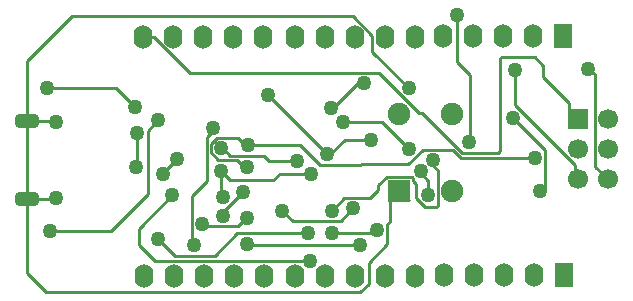
<source format=gbl>
G04*
G04 #@! TF.GenerationSoftware,Altium Limited,Altium Designer,20.1.7 (139)*
G04*
G04 Layer_Physical_Order=2*
G04 Layer_Color=16711680*
%FSLAX44Y44*%
%MOMM*%
G71*
G04*
G04 #@! TF.SameCoordinates,2F106875-763D-4B6E-BA67-D31112414CBE*
G04*
G04*
G04 #@! TF.FilePolarity,Positive*
G04*
G01*
G75*
%ADD14C,0.2540*%
%ADD28R,1.9000X1.9000*%
%ADD56R,1.6000X2.0000*%
%ADD57O,1.6000X2.0000*%
%ADD58R,1.7000X1.7000*%
%ADD59C,1.7000*%
%ADD60C,1.9000*%
G04:AMPARAMS|DCode=61|XSize=2mm|YSize=1.2mm|CornerRadius=0.36mm|HoleSize=0mm|Usage=FLASHONLY|Rotation=0.000|XOffset=0mm|YOffset=0mm|HoleType=Round|Shape=RoundedRectangle|*
%AMROUNDEDRECTD61*
21,1,2.0000,0.4800,0,0,0.0*
21,1,1.2800,1.2000,0,0,0.0*
1,1,0.7200,0.6400,-0.2400*
1,1,0.7200,-0.6400,-0.2400*
1,1,0.7200,-0.6400,0.2400*
1,1,0.7200,0.6400,0.2400*
%
%ADD61ROUNDEDRECTD61*%
%ADD62C,1.2700*%
D14*
X306000Y117380D02*
X345570D01*
X207251Y134000D02*
X210000D01*
X271000Y117000D02*
X305620D01*
X306000Y117380D01*
X210000Y134000D02*
X254000D01*
X271000Y117000D01*
X131193Y35807D02*
X262291D01*
X118000Y49000D02*
X131193Y35807D01*
X187000Y91488D02*
X188488Y90000D01*
X189000D01*
X187000Y91488D02*
Y112000D01*
X189000Y74000D02*
Y77000D01*
X206000Y94000D01*
X346000Y182000D02*
X346000D01*
X321189Y194620D02*
X355000Y160810D01*
X357190D01*
X160656Y194620D02*
X321189D01*
X315330Y212670D02*
X346000Y182000D01*
X357190Y160810D02*
X391000Y127000D01*
X61000Y243000D02*
X298724D01*
X315330Y226394D01*
Y212670D02*
Y226394D01*
X23000Y154000D02*
Y205000D01*
X61000Y243000D01*
X23000Y154000D02*
X46500D01*
X47500Y153000D01*
X23000Y88000D02*
Y154000D01*
Y88000D02*
X46500D01*
X47500Y89000D01*
X330052Y87052D02*
X345948D01*
X23000Y25000D02*
Y88000D01*
Y25000D02*
X39000Y9000D01*
X305000D02*
X312000Y16000D01*
X39000Y9000D02*
X305000D01*
X328000Y49500D02*
Y67000D01*
X312000Y33500D02*
X328000Y49500D01*
X312000Y16000D02*
Y33500D01*
X338000Y95000D02*
X345948Y87052D01*
X329770Y86770D02*
X330052Y87052D01*
X329770Y68770D02*
Y86770D01*
X328000Y67000D02*
X329770Y68770D01*
X359809Y81000D02*
X369512D01*
X291620Y88620D02*
X313000D01*
X352000Y88809D02*
Y101000D01*
Y88809D02*
X359809Y81000D01*
X313000Y88620D02*
X320280Y95900D01*
Y99490D01*
X327560Y106770D01*
X348440D01*
X349770Y105440D01*
Y103230D02*
Y105440D01*
Y103230D02*
X352000Y101000D01*
X130276Y225000D02*
X160656Y194620D01*
X345570Y117380D02*
X357726Y129536D01*
X369512Y81000D02*
X371000Y82488D01*
Y112000D01*
X277000Y126000D02*
X279702D01*
X227000Y176000D02*
X277000Y126000D01*
X279702D02*
X291702Y138000D01*
X314000D01*
X434000Y157000D02*
X461620Y129380D01*
Y97620D02*
Y129380D01*
X118000Y63000D02*
X146000Y91000D01*
X118000Y49000D02*
Y63000D01*
X148000Y40000D02*
X182000D01*
X201000Y59000D01*
X134000Y54000D02*
X148000Y40000D01*
X206607Y115000D02*
X209000D01*
X200620Y120988D02*
X206607Y115000D01*
X184821Y120988D02*
X200620D01*
X178380Y127430D02*
X184821Y120988D01*
X178380Y134571D02*
X183430Y139620D01*
X187000Y112000D02*
X195000Y104000D01*
X178380Y127430D02*
Y134571D01*
X201631Y139620D02*
X207251Y134000D01*
X174840Y103122D02*
Y140091D01*
X223472Y124528D02*
X228000Y120000D01*
X162380Y90662D02*
X174840Y103122D01*
X183430Y139620D02*
X201631D01*
X187000Y131000D02*
X188424D01*
X237031Y109517D02*
X263295D01*
X180000Y145251D02*
Y148000D01*
X188424Y131000D02*
X194896Y124528D01*
X231514Y104000D02*
X237031Y109517D01*
X174840Y140091D02*
X180000Y145251D01*
X194896Y124528D02*
X223472D01*
X195000Y104000D02*
X231514D01*
X228000Y120000D02*
X251000D01*
X201000Y59000D02*
X261000D01*
X365295Y117705D02*
X371000Y112000D01*
X383458Y129536D02*
X389994Y123000D01*
X357726Y129536D02*
X383458D01*
X365295Y117705D02*
Y119809D01*
X366402Y120916D01*
X389994Y123000D02*
X453000D01*
X391000Y127000D02*
X421512D01*
X281000Y78000D02*
X291620Y88620D01*
X247620Y69380D02*
X288380D01*
X299000Y80000D01*
X239000Y78000D02*
X247620Y69380D01*
X281000Y59000D02*
X316000D01*
X319000Y62000D01*
X481770Y162630D02*
X489000Y155400D01*
X481770Y162630D02*
Y169230D01*
X460000Y191000D02*
X481770Y169230D01*
X453000Y208000D02*
X460000Y201000D01*
Y191000D02*
Y201000D01*
X423000Y128488D02*
Y206512D01*
X424488Y208000D01*
X453000D01*
X421512Y127000D02*
X423000Y128488D01*
X121400Y225000D02*
X130276D01*
X398000Y137000D02*
Y193125D01*
X387000Y204125D02*
X398000Y193125D01*
X397000Y136000D02*
X398000Y137000D01*
X290000Y153000D02*
X323000D01*
X346000Y130000D01*
X207872Y72000D02*
X209000D01*
X172620Y65380D02*
X201252D01*
X207872Y72000D01*
X171000Y67000D02*
X172620Y65380D01*
X138000Y109000D02*
Y110000D01*
X150000Y122000D01*
X499000Y197000D02*
X500000D01*
X498000Y198000D02*
X499000Y197000D01*
X500000D02*
X503630Y193370D01*
Y115370D02*
Y193370D01*
Y115370D02*
X514400Y104600D01*
X436000Y167769D02*
X486859Y116910D01*
X436000Y167769D02*
Y197000D01*
X486859Y106741D02*
Y116910D01*
Y106741D02*
X489000Y104600D01*
X162380Y50620D02*
Y90662D01*
Y50620D02*
X164000Y49000D01*
X356000Y109632D02*
Y112000D01*
Y109632D02*
X362000Y103632D01*
Y91000D02*
Y103632D01*
X94000Y61000D02*
X125000Y92000D01*
X42000Y61000D02*
X94000D01*
X125000Y92000D02*
Y146000D01*
X134000Y155000D01*
X115000Y115000D02*
X116000Y116000D01*
Y144000D01*
X40000Y182000D02*
X98000D01*
X114000Y166000D01*
X280000Y163000D02*
X303000Y186000D01*
X308500D01*
X387000Y204125D02*
Y244000D01*
X209000Y50000D02*
X210000Y49000D01*
X305000D01*
D28*
X338000Y95000D02*
D03*
D56*
X477000Y226000D02*
D03*
X477400Y24000D02*
D03*
D57*
X451600Y226000D02*
D03*
X426200D02*
D03*
X400800D02*
D03*
X375400D02*
D03*
X274800Y225000D02*
D03*
X249400D02*
D03*
X351000D02*
D03*
X325600D02*
D03*
X300200D02*
D03*
X223000D02*
D03*
X197600D02*
D03*
X172200D02*
D03*
X146800D02*
D03*
X121400D02*
D03*
X452000Y24000D02*
D03*
X426600D02*
D03*
X401200D02*
D03*
X375800D02*
D03*
X275200Y23000D02*
D03*
X249800D02*
D03*
X351400D02*
D03*
X326000D02*
D03*
X300600D02*
D03*
X223400D02*
D03*
X198000D02*
D03*
X172600D02*
D03*
X147200D02*
D03*
X121800D02*
D03*
D58*
X489000Y155400D02*
D03*
D59*
X514400Y104600D02*
D03*
Y130000D02*
D03*
Y155400D02*
D03*
X489000Y104600D02*
D03*
Y130000D02*
D03*
D60*
X383000Y95000D02*
D03*
Y160000D02*
D03*
X338000D02*
D03*
D61*
X23000Y88000D02*
D03*
Y154000D02*
D03*
D62*
X262291Y35807D02*
D03*
X239000Y78000D02*
D03*
X299000Y80000D02*
D03*
X171000Y67000D02*
D03*
X305000Y49000D02*
D03*
X209000Y50000D02*
D03*
X453000Y123000D02*
D03*
X280000Y165000D02*
D03*
X150000Y122000D02*
D03*
X261000Y59000D02*
D03*
X308500Y186000D02*
D03*
X138000Y109000D02*
D03*
X209000Y115000D02*
D03*
X346000Y130000D02*
D03*
X210000Y134000D02*
D03*
X40000Y182000D02*
D03*
X116000Y144000D02*
D03*
X134000Y155000D02*
D03*
X115000Y115000D02*
D03*
X180000Y148000D02*
D03*
X164000Y49000D02*
D03*
X134000Y54000D02*
D03*
X114000Y166000D02*
D03*
X42000Y61000D02*
D03*
X356000Y112000D02*
D03*
X263295Y109517D02*
D03*
X436000Y197000D02*
D03*
X498000Y198000D02*
D03*
X362000Y91000D02*
D03*
X209000Y72000D02*
D03*
X397000Y136000D02*
D03*
X387000Y244000D02*
D03*
X189000Y74000D02*
D03*
X206000Y94000D02*
D03*
X366402Y120916D02*
D03*
X281000Y59000D02*
D03*
X146000Y91000D02*
D03*
X434000Y157000D02*
D03*
X281000Y78000D02*
D03*
X189000Y90000D02*
D03*
X227000Y176000D02*
D03*
X314000Y138000D02*
D03*
X277000Y126000D02*
D03*
X346000Y182000D02*
D03*
X187000Y131000D02*
D03*
Y112000D02*
D03*
X47500Y89000D02*
D03*
X457000Y94500D02*
D03*
X251000Y120000D02*
D03*
X319000Y62000D02*
D03*
X47500Y153000D02*
D03*
X290000D02*
D03*
M02*

</source>
